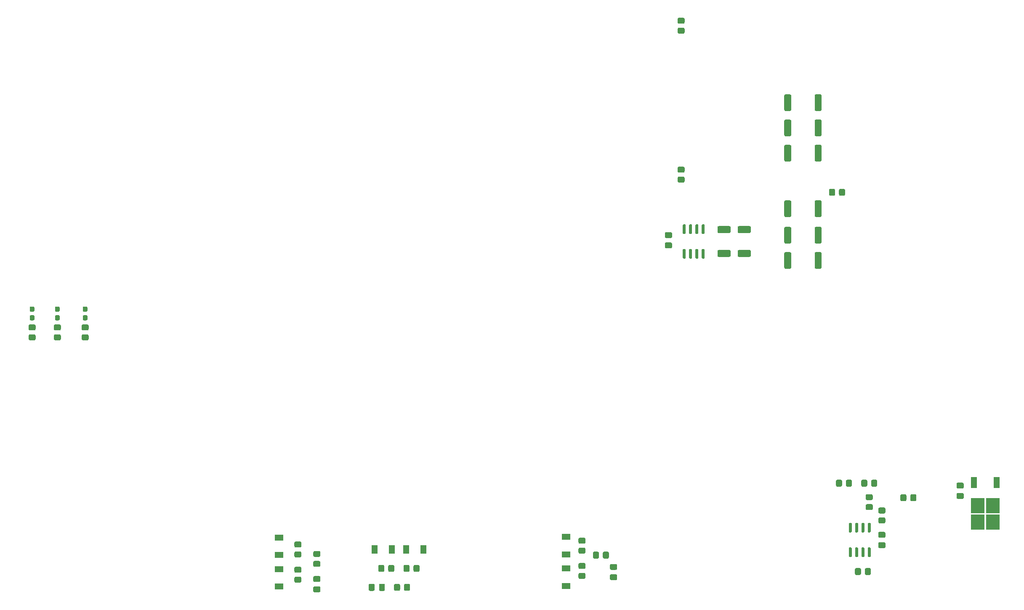
<source format=gbr>
%TF.GenerationSoftware,KiCad,Pcbnew,(5.1.12)-1*%
%TF.CreationDate,2021-11-16T18:17:40+08:00*%
%TF.ProjectId,CVModule,43564d6f-6475-46c6-952e-6b696361645f,rev?*%
%TF.SameCoordinates,Original*%
%TF.FileFunction,Paste,Top*%
%TF.FilePolarity,Positive*%
%FSLAX46Y46*%
G04 Gerber Fmt 4.6, Leading zero omitted, Abs format (unit mm)*
G04 Created by KiCad (PCBNEW (5.1.12)-1) date 2021-11-16 18:17:40*
%MOMM*%
%LPD*%
G01*
G04 APERTURE LIST*
%ADD10R,1.700000X1.300000*%
%ADD11R,1.300000X1.700000*%
%ADD12R,1.200000X2.200000*%
%ADD13R,2.750000X3.050000*%
G04 APERTURE END LIST*
%TO.C,R38*%
G36*
G01*
X159200001Y-160350000D02*
X158299999Y-160350000D01*
G75*
G02*
X158050000Y-160100001I0J249999D01*
G01*
X158050000Y-159399999D01*
G75*
G02*
X158299999Y-159150000I249999J0D01*
G01*
X159200001Y-159150000D01*
G75*
G02*
X159450000Y-159399999I0J-249999D01*
G01*
X159450000Y-160100001D01*
G75*
G02*
X159200001Y-160350000I-249999J0D01*
G01*
G37*
G36*
G01*
X159200001Y-158350000D02*
X158299999Y-158350000D01*
G75*
G02*
X158050000Y-158100001I0J249999D01*
G01*
X158050000Y-157399999D01*
G75*
G02*
X158299999Y-157150000I249999J0D01*
G01*
X159200001Y-157150000D01*
G75*
G02*
X159450000Y-157399999I0J-249999D01*
G01*
X159450000Y-158100001D01*
G75*
G02*
X159200001Y-158350000I-249999J0D01*
G01*
G37*
%TD*%
%TO.C,R37*%
G36*
G01*
X159200001Y-153270000D02*
X158299999Y-153270000D01*
G75*
G02*
X158050000Y-153020001I0J249999D01*
G01*
X158050000Y-152319999D01*
G75*
G02*
X158299999Y-152070000I249999J0D01*
G01*
X159200001Y-152070000D01*
G75*
G02*
X159450000Y-152319999I0J-249999D01*
G01*
X159450000Y-153020001D01*
G75*
G02*
X159200001Y-153270000I-249999J0D01*
G01*
G37*
G36*
G01*
X159200001Y-155270000D02*
X158299999Y-155270000D01*
G75*
G02*
X158050000Y-155020001I0J249999D01*
G01*
X158050000Y-154319999D01*
G75*
G02*
X158299999Y-154070000I249999J0D01*
G01*
X159200001Y-154070000D01*
G75*
G02*
X159450000Y-154319999I0J-249999D01*
G01*
X159450000Y-155020001D01*
G75*
G02*
X159200001Y-155270000I-249999J0D01*
G01*
G37*
%TD*%
%TO.C,R36*%
G36*
G01*
X162960000Y-156025001D02*
X162960000Y-155124999D01*
G75*
G02*
X163209999Y-154875000I249999J0D01*
G01*
X163910001Y-154875000D01*
G75*
G02*
X164160000Y-155124999I0J-249999D01*
G01*
X164160000Y-156025001D01*
G75*
G02*
X163910001Y-156275000I-249999J0D01*
G01*
X163209999Y-156275000D01*
G75*
G02*
X162960000Y-156025001I0J249999D01*
G01*
G37*
G36*
G01*
X160960000Y-156025001D02*
X160960000Y-155124999D01*
G75*
G02*
X161209999Y-154875000I249999J0D01*
G01*
X161910001Y-154875000D01*
G75*
G02*
X162160000Y-155124999I0J-249999D01*
G01*
X162160000Y-156025001D01*
G75*
G02*
X161910001Y-156275000I-249999J0D01*
G01*
X161209999Y-156275000D01*
G75*
G02*
X160960000Y-156025001I0J249999D01*
G01*
G37*
%TD*%
D10*
%TO.C,D10*%
X155575000Y-161770000D03*
X155575000Y-158270000D03*
%TD*%
%TO.C,D9*%
X155575000Y-155420000D03*
X155575000Y-151920000D03*
%TD*%
%TO.C,C12*%
G36*
G01*
X164625000Y-159432500D02*
X165575000Y-159432500D01*
G75*
G02*
X165825000Y-159682500I0J-250000D01*
G01*
X165825000Y-160357500D01*
G75*
G02*
X165575000Y-160607500I-250000J0D01*
G01*
X164625000Y-160607500D01*
G75*
G02*
X164375000Y-160357500I0J250000D01*
G01*
X164375000Y-159682500D01*
G75*
G02*
X164625000Y-159432500I250000J0D01*
G01*
G37*
G36*
G01*
X164625000Y-157357500D02*
X165575000Y-157357500D01*
G75*
G02*
X165825000Y-157607500I0J-250000D01*
G01*
X165825000Y-158282500D01*
G75*
G02*
X165575000Y-158532500I-250000J0D01*
G01*
X164625000Y-158532500D01*
G75*
G02*
X164375000Y-158282500I0J250000D01*
G01*
X164375000Y-157607500D01*
G75*
G02*
X164625000Y-157357500I250000J0D01*
G01*
G37*
%TD*%
%TO.C,C1*%
G36*
G01*
X219550000Y-152077000D02*
X218600000Y-152077000D01*
G75*
G02*
X218350000Y-151827000I0J250000D01*
G01*
X218350000Y-151152000D01*
G75*
G02*
X218600000Y-150902000I250000J0D01*
G01*
X219550000Y-150902000D01*
G75*
G02*
X219800000Y-151152000I0J-250000D01*
G01*
X219800000Y-151827000D01*
G75*
G02*
X219550000Y-152077000I-250000J0D01*
G01*
G37*
G36*
G01*
X219550000Y-154152000D02*
X218600000Y-154152000D01*
G75*
G02*
X218350000Y-153902000I0J250000D01*
G01*
X218350000Y-153227000D01*
G75*
G02*
X218600000Y-152977000I250000J0D01*
G01*
X219550000Y-152977000D01*
G75*
G02*
X219800000Y-153227000I0J-250000D01*
G01*
X219800000Y-153902000D01*
G75*
G02*
X219550000Y-154152000I-250000J0D01*
G01*
G37*
%TD*%
%TO.C,C4*%
G36*
G01*
X234348000Y-143071000D02*
X235298000Y-143071000D01*
G75*
G02*
X235548000Y-143321000I0J-250000D01*
G01*
X235548000Y-143996000D01*
G75*
G02*
X235298000Y-144246000I-250000J0D01*
G01*
X234348000Y-144246000D01*
G75*
G02*
X234098000Y-143996000I0J250000D01*
G01*
X234098000Y-143321000D01*
G75*
G02*
X234348000Y-143071000I250000J0D01*
G01*
G37*
G36*
G01*
X234348000Y-140996000D02*
X235298000Y-140996000D01*
G75*
G02*
X235548000Y-141246000I0J-250000D01*
G01*
X235548000Y-141921000D01*
G75*
G02*
X235298000Y-142171000I-250000J0D01*
G01*
X234348000Y-142171000D01*
G75*
G02*
X234098000Y-141921000I0J250000D01*
G01*
X234098000Y-141246000D01*
G75*
G02*
X234348000Y-140996000I250000J0D01*
G01*
G37*
%TD*%
%TO.C,C7*%
G36*
G01*
X176624000Y-93827000D02*
X175674000Y-93827000D01*
G75*
G02*
X175424000Y-93577000I0J250000D01*
G01*
X175424000Y-92902000D01*
G75*
G02*
X175674000Y-92652000I250000J0D01*
G01*
X176624000Y-92652000D01*
G75*
G02*
X176874000Y-92902000I0J-250000D01*
G01*
X176874000Y-93577000D01*
G75*
G02*
X176624000Y-93827000I-250000J0D01*
G01*
G37*
G36*
G01*
X176624000Y-91752000D02*
X175674000Y-91752000D01*
G75*
G02*
X175424000Y-91502000I0J250000D01*
G01*
X175424000Y-90827000D01*
G75*
G02*
X175674000Y-90577000I250000J0D01*
G01*
X176624000Y-90577000D01*
G75*
G02*
X176874000Y-90827000I0J-250000D01*
G01*
X176874000Y-91502000D01*
G75*
G02*
X176624000Y-91752000I-250000J0D01*
G01*
G37*
%TD*%
%TO.C,C8*%
G36*
G01*
X119100000Y-161577000D02*
X119100000Y-162527000D01*
G75*
G02*
X118850000Y-162777000I-250000J0D01*
G01*
X118175000Y-162777000D01*
G75*
G02*
X117925000Y-162527000I0J250000D01*
G01*
X117925000Y-161577000D01*
G75*
G02*
X118175000Y-161327000I250000J0D01*
G01*
X118850000Y-161327000D01*
G75*
G02*
X119100000Y-161577000I0J-250000D01*
G01*
G37*
G36*
G01*
X117025000Y-161577000D02*
X117025000Y-162527000D01*
G75*
G02*
X116775000Y-162777000I-250000J0D01*
G01*
X116100000Y-162777000D01*
G75*
G02*
X115850000Y-162527000I0J250000D01*
G01*
X115850000Y-161577000D01*
G75*
G02*
X116100000Y-161327000I250000J0D01*
G01*
X116775000Y-161327000D01*
G75*
G02*
X117025000Y-161577000I0J-250000D01*
G01*
G37*
%TD*%
%TO.C,C9*%
G36*
G01*
X104935000Y-159792000D02*
X105885000Y-159792000D01*
G75*
G02*
X106135000Y-160042000I0J-250000D01*
G01*
X106135000Y-160717000D01*
G75*
G02*
X105885000Y-160967000I-250000J0D01*
G01*
X104935000Y-160967000D01*
G75*
G02*
X104685000Y-160717000I0J250000D01*
G01*
X104685000Y-160042000D01*
G75*
G02*
X104935000Y-159792000I250000J0D01*
G01*
G37*
G36*
G01*
X104935000Y-161867000D02*
X105885000Y-161867000D01*
G75*
G02*
X106135000Y-162117000I0J-250000D01*
G01*
X106135000Y-162792000D01*
G75*
G02*
X105885000Y-163042000I-250000J0D01*
G01*
X104935000Y-163042000D01*
G75*
G02*
X104685000Y-162792000I0J250000D01*
G01*
X104685000Y-162117000D01*
G75*
G02*
X104935000Y-161867000I250000J0D01*
G01*
G37*
%TD*%
%TO.C,D1*%
G36*
G01*
X48370500Y-108334000D02*
X47895500Y-108334000D01*
G75*
G02*
X47658000Y-108096500I0J237500D01*
G01*
X47658000Y-107521500D01*
G75*
G02*
X47895500Y-107284000I237500J0D01*
G01*
X48370500Y-107284000D01*
G75*
G02*
X48608000Y-107521500I0J-237500D01*
G01*
X48608000Y-108096500D01*
G75*
G02*
X48370500Y-108334000I-237500J0D01*
G01*
G37*
G36*
G01*
X48370500Y-106584000D02*
X47895500Y-106584000D01*
G75*
G02*
X47658000Y-106346500I0J237500D01*
G01*
X47658000Y-105771500D01*
G75*
G02*
X47895500Y-105534000I237500J0D01*
G01*
X48370500Y-105534000D01*
G75*
G02*
X48608000Y-105771500I0J-237500D01*
G01*
X48608000Y-106346500D01*
G75*
G02*
X48370500Y-106584000I-237500J0D01*
G01*
G37*
%TD*%
%TO.C,D3*%
G36*
G01*
X59038500Y-108334000D02*
X58563500Y-108334000D01*
G75*
G02*
X58326000Y-108096500I0J237500D01*
G01*
X58326000Y-107521500D01*
G75*
G02*
X58563500Y-107284000I237500J0D01*
G01*
X59038500Y-107284000D01*
G75*
G02*
X59276000Y-107521500I0J-237500D01*
G01*
X59276000Y-108096500D01*
G75*
G02*
X59038500Y-108334000I-237500J0D01*
G01*
G37*
G36*
G01*
X59038500Y-106584000D02*
X58563500Y-106584000D01*
G75*
G02*
X58326000Y-106346500I0J237500D01*
G01*
X58326000Y-105771500D01*
G75*
G02*
X58563500Y-105534000I237500J0D01*
G01*
X59038500Y-105534000D01*
G75*
G02*
X59276000Y-105771500I0J-237500D01*
G01*
X59276000Y-106346500D01*
G75*
G02*
X59038500Y-106584000I-237500J0D01*
G01*
G37*
%TD*%
%TO.C,D4*%
G36*
G01*
X53450500Y-106584000D02*
X52975500Y-106584000D01*
G75*
G02*
X52738000Y-106346500I0J237500D01*
G01*
X52738000Y-105771500D01*
G75*
G02*
X52975500Y-105534000I237500J0D01*
G01*
X53450500Y-105534000D01*
G75*
G02*
X53688000Y-105771500I0J-237500D01*
G01*
X53688000Y-106346500D01*
G75*
G02*
X53450500Y-106584000I-237500J0D01*
G01*
G37*
G36*
G01*
X53450500Y-108334000D02*
X52975500Y-108334000D01*
G75*
G02*
X52738000Y-108096500I0J237500D01*
G01*
X52738000Y-107521500D01*
G75*
G02*
X52975500Y-107284000I237500J0D01*
G01*
X53450500Y-107284000D01*
G75*
G02*
X53688000Y-107521500I0J-237500D01*
G01*
X53688000Y-108096500D01*
G75*
G02*
X53450500Y-108334000I-237500J0D01*
G01*
G37*
%TD*%
D11*
%TO.C,D5*%
X123345000Y-154432000D03*
X126845000Y-154432000D03*
%TD*%
%TO.C,D6*%
X120495000Y-154432000D03*
X116995000Y-154432000D03*
%TD*%
D10*
%TO.C,D7*%
X97790000Y-155547000D03*
X97790000Y-152047000D03*
%TD*%
%TO.C,D8*%
X97790000Y-158397000D03*
X97790000Y-161897000D03*
%TD*%
%TO.C,R1*%
G36*
G01*
X210458000Y-83000001D02*
X210458000Y-82099999D01*
G75*
G02*
X210707999Y-81850000I249999J0D01*
G01*
X211408001Y-81850000D01*
G75*
G02*
X211658000Y-82099999I0J-249999D01*
G01*
X211658000Y-83000001D01*
G75*
G02*
X211408001Y-83250000I-249999J0D01*
G01*
X210707999Y-83250000D01*
G75*
G02*
X210458000Y-83000001I0J249999D01*
G01*
G37*
G36*
G01*
X208458000Y-83000001D02*
X208458000Y-82099999D01*
G75*
G02*
X208707999Y-81850000I249999J0D01*
G01*
X209408001Y-81850000D01*
G75*
G02*
X209658000Y-82099999I0J-249999D01*
G01*
X209658000Y-83000001D01*
G75*
G02*
X209408001Y-83250000I-249999J0D01*
G01*
X208707999Y-83250000D01*
G75*
G02*
X208458000Y-83000001I0J249999D01*
G01*
G37*
%TD*%
%TO.C,R2*%
G36*
G01*
X205550000Y-65941001D02*
X205550000Y-63090999D01*
G75*
G02*
X205799999Y-62841000I249999J0D01*
G01*
X206700001Y-62841000D01*
G75*
G02*
X206950000Y-63090999I0J-249999D01*
G01*
X206950000Y-65941001D01*
G75*
G02*
X206700001Y-66191000I-249999J0D01*
G01*
X205799999Y-66191000D01*
G75*
G02*
X205550000Y-65941001I0J249999D01*
G01*
G37*
G36*
G01*
X199450000Y-65941001D02*
X199450000Y-63090999D01*
G75*
G02*
X199699999Y-62841000I249999J0D01*
G01*
X200600001Y-62841000D01*
G75*
G02*
X200850000Y-63090999I0J-249999D01*
G01*
X200850000Y-65941001D01*
G75*
G02*
X200600001Y-66191000I-249999J0D01*
G01*
X199699999Y-66191000D01*
G75*
G02*
X199450000Y-65941001I0J249999D01*
G01*
G37*
%TD*%
%TO.C,R3*%
G36*
G01*
X199450000Y-92611001D02*
X199450000Y-89760999D01*
G75*
G02*
X199699999Y-89511000I249999J0D01*
G01*
X200600001Y-89511000D01*
G75*
G02*
X200850000Y-89760999I0J-249999D01*
G01*
X200850000Y-92611001D01*
G75*
G02*
X200600001Y-92861000I-249999J0D01*
G01*
X199699999Y-92861000D01*
G75*
G02*
X199450000Y-92611001I0J249999D01*
G01*
G37*
G36*
G01*
X205550000Y-92611001D02*
X205550000Y-89760999D01*
G75*
G02*
X205799999Y-89511000I249999J0D01*
G01*
X206700001Y-89511000D01*
G75*
G02*
X206950000Y-89760999I0J-249999D01*
G01*
X206950000Y-92611001D01*
G75*
G02*
X206700001Y-92861000I-249999J0D01*
G01*
X205799999Y-92861000D01*
G75*
G02*
X205550000Y-92611001I0J249999D01*
G01*
G37*
%TD*%
%TO.C,R4*%
G36*
G01*
X216865000Y-158426999D02*
X216865000Y-159327001D01*
G75*
G02*
X216615001Y-159577000I-249999J0D01*
G01*
X215914999Y-159577000D01*
G75*
G02*
X215665000Y-159327001I0J249999D01*
G01*
X215665000Y-158426999D01*
G75*
G02*
X215914999Y-158177000I249999J0D01*
G01*
X216615001Y-158177000D01*
G75*
G02*
X216865000Y-158426999I0J-249999D01*
G01*
G37*
G36*
G01*
X214865000Y-158426999D02*
X214865000Y-159327001D01*
G75*
G02*
X214615001Y-159577000I-249999J0D01*
G01*
X213914999Y-159577000D01*
G75*
G02*
X213665000Y-159327001I0J249999D01*
G01*
X213665000Y-158426999D01*
G75*
G02*
X213914999Y-158177000I249999J0D01*
G01*
X214615001Y-158177000D01*
G75*
G02*
X214865000Y-158426999I0J-249999D01*
G01*
G37*
%TD*%
%TO.C,R5*%
G36*
G01*
X222809000Y-144468001D02*
X222809000Y-143567999D01*
G75*
G02*
X223058999Y-143318000I249999J0D01*
G01*
X223759001Y-143318000D01*
G75*
G02*
X224009000Y-143567999I0J-249999D01*
G01*
X224009000Y-144468001D01*
G75*
G02*
X223759001Y-144718000I-249999J0D01*
G01*
X223058999Y-144718000D01*
G75*
G02*
X222809000Y-144468001I0J249999D01*
G01*
G37*
G36*
G01*
X224809000Y-144468001D02*
X224809000Y-143567999D01*
G75*
G02*
X225058999Y-143318000I249999J0D01*
G01*
X225759001Y-143318000D01*
G75*
G02*
X226009000Y-143567999I0J-249999D01*
G01*
X226009000Y-144468001D01*
G75*
G02*
X225759001Y-144718000I-249999J0D01*
G01*
X225058999Y-144718000D01*
G75*
G02*
X224809000Y-144468001I0J249999D01*
G01*
G37*
%TD*%
%TO.C,R7*%
G36*
G01*
X178238999Y-77394000D02*
X179139001Y-77394000D01*
G75*
G02*
X179389000Y-77643999I0J-249999D01*
G01*
X179389000Y-78344001D01*
G75*
G02*
X179139001Y-78594000I-249999J0D01*
G01*
X178238999Y-78594000D01*
G75*
G02*
X177989000Y-78344001I0J249999D01*
G01*
X177989000Y-77643999D01*
G75*
G02*
X178238999Y-77394000I249999J0D01*
G01*
G37*
G36*
G01*
X178238999Y-79394000D02*
X179139001Y-79394000D01*
G75*
G02*
X179389000Y-79643999I0J-249999D01*
G01*
X179389000Y-80344001D01*
G75*
G02*
X179139001Y-80594000I-249999J0D01*
G01*
X178238999Y-80594000D01*
G75*
G02*
X177989000Y-80344001I0J249999D01*
G01*
X177989000Y-79643999D01*
G75*
G02*
X178238999Y-79394000I249999J0D01*
G01*
G37*
%TD*%
%TO.C,R8*%
G36*
G01*
X178238999Y-49422000D02*
X179139001Y-49422000D01*
G75*
G02*
X179389000Y-49671999I0J-249999D01*
G01*
X179389000Y-50372001D01*
G75*
G02*
X179139001Y-50622000I-249999J0D01*
G01*
X178238999Y-50622000D01*
G75*
G02*
X177989000Y-50372001I0J249999D01*
G01*
X177989000Y-49671999D01*
G75*
G02*
X178238999Y-49422000I249999J0D01*
G01*
G37*
G36*
G01*
X178238999Y-47422000D02*
X179139001Y-47422000D01*
G75*
G02*
X179389000Y-47671999I0J-249999D01*
G01*
X179389000Y-48372001D01*
G75*
G02*
X179139001Y-48622000I-249999J0D01*
G01*
X178238999Y-48622000D01*
G75*
G02*
X177989000Y-48372001I0J249999D01*
G01*
X177989000Y-47671999D01*
G75*
G02*
X178238999Y-47422000I249999J0D01*
G01*
G37*
%TD*%
%TO.C,R9*%
G36*
G01*
X211055000Y-140646999D02*
X211055000Y-141547001D01*
G75*
G02*
X210805001Y-141797000I-249999J0D01*
G01*
X210104999Y-141797000D01*
G75*
G02*
X209855000Y-141547001I0J249999D01*
G01*
X209855000Y-140646999D01*
G75*
G02*
X210104999Y-140397000I249999J0D01*
G01*
X210805001Y-140397000D01*
G75*
G02*
X211055000Y-140646999I0J-249999D01*
G01*
G37*
G36*
G01*
X213055000Y-140646999D02*
X213055000Y-141547001D01*
G75*
G02*
X212805001Y-141797000I-249999J0D01*
G01*
X212104999Y-141797000D01*
G75*
G02*
X211855000Y-141547001I0J249999D01*
G01*
X211855000Y-140646999D01*
G75*
G02*
X212104999Y-140397000I249999J0D01*
G01*
X212805001Y-140397000D01*
G75*
G02*
X213055000Y-140646999I0J-249999D01*
G01*
G37*
%TD*%
%TO.C,R10*%
G36*
G01*
X214935000Y-141547001D02*
X214935000Y-140646999D01*
G75*
G02*
X215184999Y-140397000I249999J0D01*
G01*
X215885001Y-140397000D01*
G75*
G02*
X216135000Y-140646999I0J-249999D01*
G01*
X216135000Y-141547001D01*
G75*
G02*
X215885001Y-141797000I-249999J0D01*
G01*
X215184999Y-141797000D01*
G75*
G02*
X214935000Y-141547001I0J249999D01*
G01*
G37*
G36*
G01*
X216935000Y-141547001D02*
X216935000Y-140646999D01*
G75*
G02*
X217184999Y-140397000I249999J0D01*
G01*
X217885001Y-140397000D01*
G75*
G02*
X218135000Y-140646999I0J-249999D01*
G01*
X218135000Y-141547001D01*
G75*
G02*
X217885001Y-141797000I-249999J0D01*
G01*
X217184999Y-141797000D01*
G75*
G02*
X216935000Y-141547001I0J249999D01*
G01*
G37*
%TD*%
%TO.C,R11*%
G36*
G01*
X48583001Y-110344000D02*
X47682999Y-110344000D01*
G75*
G02*
X47433000Y-110094001I0J249999D01*
G01*
X47433000Y-109393999D01*
G75*
G02*
X47682999Y-109144000I249999J0D01*
G01*
X48583001Y-109144000D01*
G75*
G02*
X48833000Y-109393999I0J-249999D01*
G01*
X48833000Y-110094001D01*
G75*
G02*
X48583001Y-110344000I-249999J0D01*
G01*
G37*
G36*
G01*
X48583001Y-112344000D02*
X47682999Y-112344000D01*
G75*
G02*
X47433000Y-112094001I0J249999D01*
G01*
X47433000Y-111393999D01*
G75*
G02*
X47682999Y-111144000I249999J0D01*
G01*
X48583001Y-111144000D01*
G75*
G02*
X48833000Y-111393999I0J-249999D01*
G01*
X48833000Y-112094001D01*
G75*
G02*
X48583001Y-112344000I-249999J0D01*
G01*
G37*
%TD*%
%TO.C,R12*%
G36*
G01*
X216084999Y-145307000D02*
X216985001Y-145307000D01*
G75*
G02*
X217235000Y-145556999I0J-249999D01*
G01*
X217235000Y-146257001D01*
G75*
G02*
X216985001Y-146507000I-249999J0D01*
G01*
X216084999Y-146507000D01*
G75*
G02*
X215835000Y-146257001I0J249999D01*
G01*
X215835000Y-145556999D01*
G75*
G02*
X216084999Y-145307000I249999J0D01*
G01*
G37*
G36*
G01*
X216084999Y-143307000D02*
X216985001Y-143307000D01*
G75*
G02*
X217235000Y-143556999I0J-249999D01*
G01*
X217235000Y-144257001D01*
G75*
G02*
X216985001Y-144507000I-249999J0D01*
G01*
X216084999Y-144507000D01*
G75*
G02*
X215835000Y-144257001I0J249999D01*
G01*
X215835000Y-143556999D01*
G75*
G02*
X216084999Y-143307000I249999J0D01*
G01*
G37*
%TD*%
%TO.C,R13*%
G36*
G01*
X219525001Y-147190000D02*
X218624999Y-147190000D01*
G75*
G02*
X218375000Y-146940001I0J249999D01*
G01*
X218375000Y-146239999D01*
G75*
G02*
X218624999Y-145990000I249999J0D01*
G01*
X219525001Y-145990000D01*
G75*
G02*
X219775000Y-146239999I0J-249999D01*
G01*
X219775000Y-146940001D01*
G75*
G02*
X219525001Y-147190000I-249999J0D01*
G01*
G37*
G36*
G01*
X219525001Y-149190000D02*
X218624999Y-149190000D01*
G75*
G02*
X218375000Y-148940001I0J249999D01*
G01*
X218375000Y-148239999D01*
G75*
G02*
X218624999Y-147990000I249999J0D01*
G01*
X219525001Y-147990000D01*
G75*
G02*
X219775000Y-148239999I0J-249999D01*
G01*
X219775000Y-148940001D01*
G75*
G02*
X219525001Y-149190000I-249999J0D01*
G01*
G37*
%TD*%
%TO.C,R17*%
G36*
G01*
X192464001Y-95556000D02*
X190313999Y-95556000D01*
G75*
G02*
X190064000Y-95306001I0J249999D01*
G01*
X190064000Y-94405999D01*
G75*
G02*
X190313999Y-94156000I249999J0D01*
G01*
X192464001Y-94156000D01*
G75*
G02*
X192714000Y-94405999I0J-249999D01*
G01*
X192714000Y-95306001D01*
G75*
G02*
X192464001Y-95556000I-249999J0D01*
G01*
G37*
G36*
G01*
X192464001Y-90756000D02*
X190313999Y-90756000D01*
G75*
G02*
X190064000Y-90506001I0J249999D01*
G01*
X190064000Y-89605999D01*
G75*
G02*
X190313999Y-89356000I249999J0D01*
G01*
X192464001Y-89356000D01*
G75*
G02*
X192714000Y-89605999I0J-249999D01*
G01*
X192714000Y-90506001D01*
G75*
G02*
X192464001Y-90756000I-249999J0D01*
G01*
G37*
%TD*%
%TO.C,R19*%
G36*
G01*
X188400001Y-90756000D02*
X186249999Y-90756000D01*
G75*
G02*
X186000000Y-90506001I0J249999D01*
G01*
X186000000Y-89605999D01*
G75*
G02*
X186249999Y-89356000I249999J0D01*
G01*
X188400001Y-89356000D01*
G75*
G02*
X188650000Y-89605999I0J-249999D01*
G01*
X188650000Y-90506001D01*
G75*
G02*
X188400001Y-90756000I-249999J0D01*
G01*
G37*
G36*
G01*
X188400001Y-95556000D02*
X186249999Y-95556000D01*
G75*
G02*
X186000000Y-95306001I0J249999D01*
G01*
X186000000Y-94405999D01*
G75*
G02*
X186249999Y-94156000I249999J0D01*
G01*
X188400001Y-94156000D01*
G75*
G02*
X188650000Y-94405999I0J-249999D01*
G01*
X188650000Y-95306001D01*
G75*
G02*
X188400001Y-95556000I-249999J0D01*
G01*
G37*
%TD*%
%TO.C,R22*%
G36*
G01*
X205550000Y-76101001D02*
X205550000Y-73250999D01*
G75*
G02*
X205799999Y-73001000I249999J0D01*
G01*
X206700001Y-73001000D01*
G75*
G02*
X206950000Y-73250999I0J-249999D01*
G01*
X206950000Y-76101001D01*
G75*
G02*
X206700001Y-76351000I-249999J0D01*
G01*
X205799999Y-76351000D01*
G75*
G02*
X205550000Y-76101001I0J249999D01*
G01*
G37*
G36*
G01*
X199450000Y-76101001D02*
X199450000Y-73250999D01*
G75*
G02*
X199699999Y-73001000I249999J0D01*
G01*
X200600001Y-73001000D01*
G75*
G02*
X200850000Y-73250999I0J-249999D01*
G01*
X200850000Y-76101001D01*
G75*
G02*
X200600001Y-76351000I-249999J0D01*
G01*
X199699999Y-76351000D01*
G75*
G02*
X199450000Y-76101001I0J249999D01*
G01*
G37*
%TD*%
%TO.C,R23*%
G36*
G01*
X199450000Y-71021001D02*
X199450000Y-68170999D01*
G75*
G02*
X199699999Y-67921000I249999J0D01*
G01*
X200600001Y-67921000D01*
G75*
G02*
X200850000Y-68170999I0J-249999D01*
G01*
X200850000Y-71021001D01*
G75*
G02*
X200600001Y-71271000I-249999J0D01*
G01*
X199699999Y-71271000D01*
G75*
G02*
X199450000Y-71021001I0J249999D01*
G01*
G37*
G36*
G01*
X205550000Y-71021001D02*
X205550000Y-68170999D01*
G75*
G02*
X205799999Y-67921000I249999J0D01*
G01*
X206700001Y-67921000D01*
G75*
G02*
X206950000Y-68170999I0J-249999D01*
G01*
X206950000Y-71021001D01*
G75*
G02*
X206700001Y-71271000I-249999J0D01*
G01*
X205799999Y-71271000D01*
G75*
G02*
X205550000Y-71021001I0J249999D01*
G01*
G37*
%TD*%
%TO.C,R24*%
G36*
G01*
X59251001Y-110344000D02*
X58350999Y-110344000D01*
G75*
G02*
X58101000Y-110094001I0J249999D01*
G01*
X58101000Y-109393999D01*
G75*
G02*
X58350999Y-109144000I249999J0D01*
G01*
X59251001Y-109144000D01*
G75*
G02*
X59501000Y-109393999I0J-249999D01*
G01*
X59501000Y-110094001D01*
G75*
G02*
X59251001Y-110344000I-249999J0D01*
G01*
G37*
G36*
G01*
X59251001Y-112344000D02*
X58350999Y-112344000D01*
G75*
G02*
X58101000Y-112094001I0J249999D01*
G01*
X58101000Y-111393999D01*
G75*
G02*
X58350999Y-111144000I249999J0D01*
G01*
X59251001Y-111144000D01*
G75*
G02*
X59501000Y-111393999I0J-249999D01*
G01*
X59501000Y-112094001D01*
G75*
G02*
X59251001Y-112344000I-249999J0D01*
G01*
G37*
%TD*%
%TO.C,R25*%
G36*
G01*
X53663001Y-112344000D02*
X52762999Y-112344000D01*
G75*
G02*
X52513000Y-112094001I0J249999D01*
G01*
X52513000Y-111393999D01*
G75*
G02*
X52762999Y-111144000I249999J0D01*
G01*
X53663001Y-111144000D01*
G75*
G02*
X53913000Y-111393999I0J-249999D01*
G01*
X53913000Y-112094001D01*
G75*
G02*
X53663001Y-112344000I-249999J0D01*
G01*
G37*
G36*
G01*
X53663001Y-110344000D02*
X52762999Y-110344000D01*
G75*
G02*
X52513000Y-110094001I0J249999D01*
G01*
X52513000Y-109393999D01*
G75*
G02*
X52762999Y-109144000I249999J0D01*
G01*
X53663001Y-109144000D01*
G75*
G02*
X53913000Y-109393999I0J-249999D01*
G01*
X53913000Y-110094001D01*
G75*
G02*
X53663001Y-110344000I-249999J0D01*
G01*
G37*
%TD*%
%TO.C,R26*%
G36*
G01*
X124155000Y-161601999D02*
X124155000Y-162502001D01*
G75*
G02*
X123905001Y-162752000I-249999J0D01*
G01*
X123204999Y-162752000D01*
G75*
G02*
X122955000Y-162502001I0J249999D01*
G01*
X122955000Y-161601999D01*
G75*
G02*
X123204999Y-161352000I249999J0D01*
G01*
X123905001Y-161352000D01*
G75*
G02*
X124155000Y-161601999I0J-249999D01*
G01*
G37*
G36*
G01*
X122155000Y-161601999D02*
X122155000Y-162502001D01*
G75*
G02*
X121905001Y-162752000I-249999J0D01*
G01*
X121204999Y-162752000D01*
G75*
G02*
X120955000Y-162502001I0J249999D01*
G01*
X120955000Y-161601999D01*
G75*
G02*
X121204999Y-161352000I249999J0D01*
G01*
X121905001Y-161352000D01*
G75*
G02*
X122155000Y-161601999I0J-249999D01*
G01*
G37*
%TD*%
%TO.C,R27*%
G36*
G01*
X122860000Y-158692001D02*
X122860000Y-157791999D01*
G75*
G02*
X123109999Y-157542000I249999J0D01*
G01*
X123810001Y-157542000D01*
G75*
G02*
X124060000Y-157791999I0J-249999D01*
G01*
X124060000Y-158692001D01*
G75*
G02*
X123810001Y-158942000I-249999J0D01*
G01*
X123109999Y-158942000D01*
G75*
G02*
X122860000Y-158692001I0J249999D01*
G01*
G37*
G36*
G01*
X124860000Y-158692001D02*
X124860000Y-157791999D01*
G75*
G02*
X125109999Y-157542000I249999J0D01*
G01*
X125810001Y-157542000D01*
G75*
G02*
X126060000Y-157791999I0J-249999D01*
G01*
X126060000Y-158692001D01*
G75*
G02*
X125810001Y-158942000I-249999J0D01*
G01*
X125109999Y-158942000D01*
G75*
G02*
X124860000Y-158692001I0J249999D01*
G01*
G37*
%TD*%
%TO.C,R28*%
G36*
G01*
X119780000Y-158692001D02*
X119780000Y-157791999D01*
G75*
G02*
X120029999Y-157542000I249999J0D01*
G01*
X120730001Y-157542000D01*
G75*
G02*
X120980000Y-157791999I0J-249999D01*
G01*
X120980000Y-158692001D01*
G75*
G02*
X120730001Y-158942000I-249999J0D01*
G01*
X120029999Y-158942000D01*
G75*
G02*
X119780000Y-158692001I0J249999D01*
G01*
G37*
G36*
G01*
X117780000Y-158692001D02*
X117780000Y-157791999D01*
G75*
G02*
X118029999Y-157542000I249999J0D01*
G01*
X118730001Y-157542000D01*
G75*
G02*
X118980000Y-157791999I0J-249999D01*
G01*
X118980000Y-158692001D01*
G75*
G02*
X118730001Y-158942000I-249999J0D01*
G01*
X118029999Y-158942000D01*
G75*
G02*
X117780000Y-158692001I0J249999D01*
G01*
G37*
%TD*%
%TO.C,R29*%
G36*
G01*
X104959999Y-156737000D02*
X105860001Y-156737000D01*
G75*
G02*
X106110000Y-156986999I0J-249999D01*
G01*
X106110000Y-157687001D01*
G75*
G02*
X105860001Y-157937000I-249999J0D01*
G01*
X104959999Y-157937000D01*
G75*
G02*
X104710000Y-157687001I0J249999D01*
G01*
X104710000Y-156986999D01*
G75*
G02*
X104959999Y-156737000I249999J0D01*
G01*
G37*
G36*
G01*
X104959999Y-154737000D02*
X105860001Y-154737000D01*
G75*
G02*
X106110000Y-154986999I0J-249999D01*
G01*
X106110000Y-155687001D01*
G75*
G02*
X105860001Y-155937000I-249999J0D01*
G01*
X104959999Y-155937000D01*
G75*
G02*
X104710000Y-155687001I0J249999D01*
G01*
X104710000Y-154986999D01*
G75*
G02*
X104959999Y-154737000I249999J0D01*
G01*
G37*
%TD*%
%TO.C,R30*%
G36*
G01*
X102050001Y-156032000D02*
X101149999Y-156032000D01*
G75*
G02*
X100900000Y-155782001I0J249999D01*
G01*
X100900000Y-155081999D01*
G75*
G02*
X101149999Y-154832000I249999J0D01*
G01*
X102050001Y-154832000D01*
G75*
G02*
X102300000Y-155081999I0J-249999D01*
G01*
X102300000Y-155782001D01*
G75*
G02*
X102050001Y-156032000I-249999J0D01*
G01*
G37*
G36*
G01*
X102050001Y-154032000D02*
X101149999Y-154032000D01*
G75*
G02*
X100900000Y-153782001I0J249999D01*
G01*
X100900000Y-153081999D01*
G75*
G02*
X101149999Y-152832000I249999J0D01*
G01*
X102050001Y-152832000D01*
G75*
G02*
X102300000Y-153081999I0J-249999D01*
G01*
X102300000Y-153782001D01*
G75*
G02*
X102050001Y-154032000I-249999J0D01*
G01*
G37*
%TD*%
%TO.C,R31*%
G36*
G01*
X102050001Y-161112000D02*
X101149999Y-161112000D01*
G75*
G02*
X100900000Y-160862001I0J249999D01*
G01*
X100900000Y-160161999D01*
G75*
G02*
X101149999Y-159912000I249999J0D01*
G01*
X102050001Y-159912000D01*
G75*
G02*
X102300000Y-160161999I0J-249999D01*
G01*
X102300000Y-160862001D01*
G75*
G02*
X102050001Y-161112000I-249999J0D01*
G01*
G37*
G36*
G01*
X102050001Y-159112000D02*
X101149999Y-159112000D01*
G75*
G02*
X100900000Y-158862001I0J249999D01*
G01*
X100900000Y-158161999D01*
G75*
G02*
X101149999Y-157912000I249999J0D01*
G01*
X102050001Y-157912000D01*
G75*
G02*
X102300000Y-158161999I0J-249999D01*
G01*
X102300000Y-158862001D01*
G75*
G02*
X102050001Y-159112000I-249999J0D01*
G01*
G37*
%TD*%
%TO.C,R32*%
G36*
G01*
X199450000Y-87277001D02*
X199450000Y-84426999D01*
G75*
G02*
X199699999Y-84177000I249999J0D01*
G01*
X200600001Y-84177000D01*
G75*
G02*
X200850000Y-84426999I0J-249999D01*
G01*
X200850000Y-87277001D01*
G75*
G02*
X200600001Y-87527000I-249999J0D01*
G01*
X199699999Y-87527000D01*
G75*
G02*
X199450000Y-87277001I0J249999D01*
G01*
G37*
G36*
G01*
X205550000Y-87277001D02*
X205550000Y-84426999D01*
G75*
G02*
X205799999Y-84177000I249999J0D01*
G01*
X206700001Y-84177000D01*
G75*
G02*
X206950000Y-84426999I0J-249999D01*
G01*
X206950000Y-87277001D01*
G75*
G02*
X206700001Y-87527000I-249999J0D01*
G01*
X205799999Y-87527000D01*
G75*
G02*
X205550000Y-87277001I0J249999D01*
G01*
G37*
%TD*%
%TO.C,R33*%
G36*
G01*
X205550000Y-97691001D02*
X205550000Y-94840999D01*
G75*
G02*
X205799999Y-94591000I249999J0D01*
G01*
X206700001Y-94591000D01*
G75*
G02*
X206950000Y-94840999I0J-249999D01*
G01*
X206950000Y-97691001D01*
G75*
G02*
X206700001Y-97941000I-249999J0D01*
G01*
X205799999Y-97941000D01*
G75*
G02*
X205550000Y-97691001I0J249999D01*
G01*
G37*
G36*
G01*
X199450000Y-97691001D02*
X199450000Y-94840999D01*
G75*
G02*
X199699999Y-94591000I249999J0D01*
G01*
X200600001Y-94591000D01*
G75*
G02*
X200850000Y-94840999I0J-249999D01*
G01*
X200850000Y-97691001D01*
G75*
G02*
X200600001Y-97941000I-249999J0D01*
G01*
X199699999Y-97941000D01*
G75*
G02*
X199450000Y-97691001I0J249999D01*
G01*
G37*
%TD*%
%TO.C,U2*%
G36*
G01*
X216385000Y-149077000D02*
X216685000Y-149077000D01*
G75*
G02*
X216835000Y-149227000I0J-150000D01*
G01*
X216835000Y-150877000D01*
G75*
G02*
X216685000Y-151027000I-150000J0D01*
G01*
X216385000Y-151027000D01*
G75*
G02*
X216235000Y-150877000I0J150000D01*
G01*
X216235000Y-149227000D01*
G75*
G02*
X216385000Y-149077000I150000J0D01*
G01*
G37*
G36*
G01*
X215115000Y-149077000D02*
X215415000Y-149077000D01*
G75*
G02*
X215565000Y-149227000I0J-150000D01*
G01*
X215565000Y-150877000D01*
G75*
G02*
X215415000Y-151027000I-150000J0D01*
G01*
X215115000Y-151027000D01*
G75*
G02*
X214965000Y-150877000I0J150000D01*
G01*
X214965000Y-149227000D01*
G75*
G02*
X215115000Y-149077000I150000J0D01*
G01*
G37*
G36*
G01*
X213845000Y-149077000D02*
X214145000Y-149077000D01*
G75*
G02*
X214295000Y-149227000I0J-150000D01*
G01*
X214295000Y-150877000D01*
G75*
G02*
X214145000Y-151027000I-150000J0D01*
G01*
X213845000Y-151027000D01*
G75*
G02*
X213695000Y-150877000I0J150000D01*
G01*
X213695000Y-149227000D01*
G75*
G02*
X213845000Y-149077000I150000J0D01*
G01*
G37*
G36*
G01*
X212575000Y-149077000D02*
X212875000Y-149077000D01*
G75*
G02*
X213025000Y-149227000I0J-150000D01*
G01*
X213025000Y-150877000D01*
G75*
G02*
X212875000Y-151027000I-150000J0D01*
G01*
X212575000Y-151027000D01*
G75*
G02*
X212425000Y-150877000I0J150000D01*
G01*
X212425000Y-149227000D01*
G75*
G02*
X212575000Y-149077000I150000J0D01*
G01*
G37*
G36*
G01*
X212575000Y-154027000D02*
X212875000Y-154027000D01*
G75*
G02*
X213025000Y-154177000I0J-150000D01*
G01*
X213025000Y-155827000D01*
G75*
G02*
X212875000Y-155977000I-150000J0D01*
G01*
X212575000Y-155977000D01*
G75*
G02*
X212425000Y-155827000I0J150000D01*
G01*
X212425000Y-154177000D01*
G75*
G02*
X212575000Y-154027000I150000J0D01*
G01*
G37*
G36*
G01*
X213845000Y-154027000D02*
X214145000Y-154027000D01*
G75*
G02*
X214295000Y-154177000I0J-150000D01*
G01*
X214295000Y-155827000D01*
G75*
G02*
X214145000Y-155977000I-150000J0D01*
G01*
X213845000Y-155977000D01*
G75*
G02*
X213695000Y-155827000I0J150000D01*
G01*
X213695000Y-154177000D01*
G75*
G02*
X213845000Y-154027000I150000J0D01*
G01*
G37*
G36*
G01*
X215115000Y-154027000D02*
X215415000Y-154027000D01*
G75*
G02*
X215565000Y-154177000I0J-150000D01*
G01*
X215565000Y-155827000D01*
G75*
G02*
X215415000Y-155977000I-150000J0D01*
G01*
X215115000Y-155977000D01*
G75*
G02*
X214965000Y-155827000I0J150000D01*
G01*
X214965000Y-154177000D01*
G75*
G02*
X215115000Y-154027000I150000J0D01*
G01*
G37*
G36*
G01*
X216385000Y-154027000D02*
X216685000Y-154027000D01*
G75*
G02*
X216835000Y-154177000I0J-150000D01*
G01*
X216835000Y-155827000D01*
G75*
G02*
X216685000Y-155977000I-150000J0D01*
G01*
X216385000Y-155977000D01*
G75*
G02*
X216235000Y-155827000I0J150000D01*
G01*
X216235000Y-154177000D01*
G75*
G02*
X216385000Y-154027000I150000J0D01*
G01*
G37*
%TD*%
D12*
%TO.C,U5*%
X242183000Y-140961000D03*
X237623000Y-140961000D03*
D13*
X238378000Y-148936000D03*
X241428000Y-145586000D03*
X241428000Y-148936000D03*
X238378000Y-145586000D03*
%TD*%
%TO.C,U8*%
G36*
G01*
X182984000Y-89006000D02*
X183284000Y-89006000D01*
G75*
G02*
X183434000Y-89156000I0J-150000D01*
G01*
X183434000Y-90806000D01*
G75*
G02*
X183284000Y-90956000I-150000J0D01*
G01*
X182984000Y-90956000D01*
G75*
G02*
X182834000Y-90806000I0J150000D01*
G01*
X182834000Y-89156000D01*
G75*
G02*
X182984000Y-89006000I150000J0D01*
G01*
G37*
G36*
G01*
X181714000Y-89006000D02*
X182014000Y-89006000D01*
G75*
G02*
X182164000Y-89156000I0J-150000D01*
G01*
X182164000Y-90806000D01*
G75*
G02*
X182014000Y-90956000I-150000J0D01*
G01*
X181714000Y-90956000D01*
G75*
G02*
X181564000Y-90806000I0J150000D01*
G01*
X181564000Y-89156000D01*
G75*
G02*
X181714000Y-89006000I150000J0D01*
G01*
G37*
G36*
G01*
X180444000Y-89006000D02*
X180744000Y-89006000D01*
G75*
G02*
X180894000Y-89156000I0J-150000D01*
G01*
X180894000Y-90806000D01*
G75*
G02*
X180744000Y-90956000I-150000J0D01*
G01*
X180444000Y-90956000D01*
G75*
G02*
X180294000Y-90806000I0J150000D01*
G01*
X180294000Y-89156000D01*
G75*
G02*
X180444000Y-89006000I150000J0D01*
G01*
G37*
G36*
G01*
X179174000Y-89006000D02*
X179474000Y-89006000D01*
G75*
G02*
X179624000Y-89156000I0J-150000D01*
G01*
X179624000Y-90806000D01*
G75*
G02*
X179474000Y-90956000I-150000J0D01*
G01*
X179174000Y-90956000D01*
G75*
G02*
X179024000Y-90806000I0J150000D01*
G01*
X179024000Y-89156000D01*
G75*
G02*
X179174000Y-89006000I150000J0D01*
G01*
G37*
G36*
G01*
X179174000Y-93956000D02*
X179474000Y-93956000D01*
G75*
G02*
X179624000Y-94106000I0J-150000D01*
G01*
X179624000Y-95756000D01*
G75*
G02*
X179474000Y-95906000I-150000J0D01*
G01*
X179174000Y-95906000D01*
G75*
G02*
X179024000Y-95756000I0J150000D01*
G01*
X179024000Y-94106000D01*
G75*
G02*
X179174000Y-93956000I150000J0D01*
G01*
G37*
G36*
G01*
X180444000Y-93956000D02*
X180744000Y-93956000D01*
G75*
G02*
X180894000Y-94106000I0J-150000D01*
G01*
X180894000Y-95756000D01*
G75*
G02*
X180744000Y-95906000I-150000J0D01*
G01*
X180444000Y-95906000D01*
G75*
G02*
X180294000Y-95756000I0J150000D01*
G01*
X180294000Y-94106000D01*
G75*
G02*
X180444000Y-93956000I150000J0D01*
G01*
G37*
G36*
G01*
X181714000Y-93956000D02*
X182014000Y-93956000D01*
G75*
G02*
X182164000Y-94106000I0J-150000D01*
G01*
X182164000Y-95756000D01*
G75*
G02*
X182014000Y-95906000I-150000J0D01*
G01*
X181714000Y-95906000D01*
G75*
G02*
X181564000Y-95756000I0J150000D01*
G01*
X181564000Y-94106000D01*
G75*
G02*
X181714000Y-93956000I150000J0D01*
G01*
G37*
G36*
G01*
X182984000Y-93956000D02*
X183284000Y-93956000D01*
G75*
G02*
X183434000Y-94106000I0J-150000D01*
G01*
X183434000Y-95756000D01*
G75*
G02*
X183284000Y-95906000I-150000J0D01*
G01*
X182984000Y-95906000D01*
G75*
G02*
X182834000Y-95756000I0J150000D01*
G01*
X182834000Y-94106000D01*
G75*
G02*
X182984000Y-93956000I150000J0D01*
G01*
G37*
%TD*%
M02*

</source>
